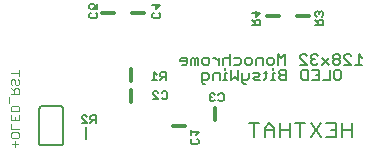
<source format=gbr>
G04 EAGLE Gerber RS-274X export*
G75*
%MOMM*%
%FSLAX34Y34*%
%LPD*%
%INSilkscreen Bottom*%
%IPPOS*%
%AMOC8*
5,1,8,0,0,1.08239X$1,22.5*%
G01*
%ADD10C,0.127000*%
%ADD11C,0.203200*%
%ADD12C,0.101600*%
%ADD13C,0.304800*%
%ADD14C,0.152400*%


D10*
X342265Y98261D02*
X339299Y101227D01*
X339299Y92329D01*
X342265Y92329D02*
X336333Y92329D01*
X332909Y92329D02*
X326978Y92329D01*
X332909Y92329D02*
X326978Y98261D01*
X326978Y99744D01*
X328461Y101227D01*
X331426Y101227D01*
X332909Y99744D01*
X323554Y99744D02*
X322071Y101227D01*
X319105Y101227D01*
X317622Y99744D01*
X317622Y98261D01*
X319105Y96778D01*
X317622Y95295D01*
X317622Y93812D01*
X319105Y92329D01*
X322071Y92329D01*
X323554Y93812D01*
X323554Y95295D01*
X322071Y96778D01*
X323554Y98261D01*
X323554Y99744D01*
X322071Y96778D02*
X319105Y96778D01*
X314199Y98261D02*
X308267Y92329D01*
X314199Y92329D02*
X308267Y98261D01*
X304844Y99744D02*
X303361Y101227D01*
X300395Y101227D01*
X298912Y99744D01*
X298912Y98261D01*
X300395Y96778D01*
X301878Y96778D01*
X300395Y96778D02*
X298912Y95295D01*
X298912Y93812D01*
X300395Y92329D01*
X303361Y92329D01*
X304844Y93812D01*
X295489Y92329D02*
X289557Y92329D01*
X295489Y92329D02*
X289557Y98261D01*
X289557Y99744D01*
X291040Y101227D01*
X294006Y101227D01*
X295489Y99744D01*
X276778Y101227D02*
X276778Y92329D01*
X273812Y98261D02*
X276778Y101227D01*
X273812Y98261D02*
X270847Y101227D01*
X270847Y92329D01*
X265940Y92329D02*
X262974Y92329D01*
X261491Y93812D01*
X261491Y96778D01*
X262974Y98261D01*
X265940Y98261D01*
X267423Y96778D01*
X267423Y93812D01*
X265940Y92329D01*
X258068Y92329D02*
X258068Y98261D01*
X253619Y98261D01*
X252136Y96778D01*
X252136Y92329D01*
X247230Y92329D02*
X244264Y92329D01*
X242781Y93812D01*
X242781Y96778D01*
X244264Y98261D01*
X247230Y98261D01*
X248713Y96778D01*
X248713Y93812D01*
X247230Y92329D01*
X237875Y98261D02*
X233426Y98261D01*
X237875Y98261D02*
X239358Y96778D01*
X239358Y93812D01*
X237875Y92329D01*
X233426Y92329D01*
X230002Y92329D02*
X230002Y101227D01*
X228519Y98261D02*
X230002Y96778D01*
X228519Y98261D02*
X225554Y98261D01*
X224071Y96778D01*
X224071Y92329D01*
X220647Y92329D02*
X220647Y98261D01*
X220647Y95295D02*
X217681Y98261D01*
X216198Y98261D01*
X211368Y92329D02*
X208402Y92329D01*
X206919Y93812D01*
X206919Y96778D01*
X208402Y98261D01*
X211368Y98261D01*
X212851Y96778D01*
X212851Y93812D01*
X211368Y92329D01*
X203496Y92329D02*
X203496Y98261D01*
X202013Y98261D01*
X200530Y96778D01*
X200530Y92329D01*
X200530Y96778D02*
X199047Y98261D01*
X197564Y96778D01*
X197564Y92329D01*
X192658Y92329D02*
X189692Y92329D01*
X192658Y92329D02*
X194141Y93812D01*
X194141Y96778D01*
X192658Y98261D01*
X189692Y98261D01*
X188209Y96778D01*
X188209Y95295D01*
X194141Y95295D01*
X319885Y88019D02*
X322851Y88019D01*
X324334Y86536D01*
X324334Y80604D01*
X322851Y79121D01*
X319885Y79121D01*
X318402Y80604D01*
X318402Y86536D01*
X319885Y88019D01*
X314979Y88019D02*
X314979Y79121D01*
X309047Y79121D01*
X305623Y88019D02*
X299692Y88019D01*
X305623Y88019D02*
X305623Y79121D01*
X299692Y79121D01*
X302658Y83570D02*
X305623Y83570D01*
X296268Y88019D02*
X296268Y79121D01*
X291819Y79121D01*
X290337Y80604D01*
X290337Y86536D01*
X291819Y88019D01*
X296268Y88019D01*
X277558Y88019D02*
X277558Y79121D01*
X277558Y88019D02*
X273109Y88019D01*
X271626Y86536D01*
X271626Y85053D01*
X273109Y83570D01*
X271626Y82087D01*
X271626Y80604D01*
X273109Y79121D01*
X277558Y79121D01*
X277558Y83570D02*
X273109Y83570D01*
X268203Y85053D02*
X266720Y85053D01*
X266720Y79121D01*
X268203Y79121D02*
X265237Y79121D01*
X266720Y88019D02*
X266720Y89502D01*
X260483Y86536D02*
X260483Y80604D01*
X259000Y79121D01*
X259000Y85053D02*
X261966Y85053D01*
X255729Y79121D02*
X251280Y79121D01*
X249797Y80604D01*
X251280Y82087D01*
X254246Y82087D01*
X255729Y83570D01*
X254246Y85053D01*
X249797Y85053D01*
X246374Y85053D02*
X246374Y80604D01*
X244891Y79121D01*
X240442Y79121D01*
X240442Y77638D02*
X240442Y85053D01*
X240442Y77638D02*
X241925Y76155D01*
X243408Y76155D01*
X237019Y79121D02*
X237019Y88019D01*
X234053Y82087D02*
X237019Y79121D01*
X234053Y82087D02*
X231087Y79121D01*
X231087Y88019D01*
X227664Y85053D02*
X226181Y85053D01*
X226181Y79121D01*
X227664Y79121D02*
X224698Y79121D01*
X226181Y88019D02*
X226181Y89502D01*
X221427Y85053D02*
X221427Y79121D01*
X221427Y85053D02*
X216978Y85053D01*
X215495Y83570D01*
X215495Y79121D01*
X209106Y76155D02*
X207623Y76155D01*
X206140Y77638D01*
X206140Y85053D01*
X210589Y85053D01*
X212072Y83570D01*
X212072Y80604D01*
X210589Y79121D01*
X206140Y79121D01*
D11*
X333114Y42936D02*
X333114Y30734D01*
X333114Y36835D02*
X324980Y36835D01*
X324980Y42936D02*
X324980Y30734D01*
X320017Y42936D02*
X311882Y42936D01*
X320017Y42936D02*
X320017Y30734D01*
X311882Y30734D01*
X315950Y36835D02*
X320017Y36835D01*
X306920Y42936D02*
X298785Y30734D01*
X306920Y30734D02*
X298785Y42936D01*
X289755Y42936D02*
X289755Y30734D01*
X285688Y42936D02*
X293823Y42936D01*
X280725Y42936D02*
X280725Y30734D01*
X280725Y36835D02*
X272591Y36835D01*
X272591Y42936D02*
X272591Y30734D01*
X267628Y30734D02*
X267628Y38869D01*
X263561Y42936D01*
X259493Y38869D01*
X259493Y30734D01*
X259493Y36835D02*
X267628Y36835D01*
X250463Y30734D02*
X250463Y42936D01*
X246396Y42936D02*
X254531Y42936D01*
D12*
X48263Y27455D02*
X48263Y22709D01*
X50636Y25082D02*
X45890Y25082D01*
X51822Y31380D02*
X51822Y33752D01*
X51822Y31380D02*
X50636Y30193D01*
X45890Y30193D01*
X44704Y31380D01*
X44704Y33752D01*
X45890Y34939D01*
X50636Y34939D01*
X51822Y33752D01*
X51822Y37678D02*
X44704Y37678D01*
X44704Y42423D01*
X51822Y45162D02*
X51822Y49907D01*
X51822Y45162D02*
X44704Y45162D01*
X44704Y49907D01*
X48263Y47534D02*
X48263Y45162D01*
X51822Y52646D02*
X44704Y52646D01*
X44704Y56205D01*
X45890Y57391D01*
X50636Y57391D01*
X51822Y56205D01*
X51822Y52646D01*
X43518Y60130D02*
X43518Y64875D01*
X44704Y67614D02*
X51822Y67614D01*
X51822Y71173D01*
X50636Y72360D01*
X48263Y72360D01*
X47077Y71173D01*
X47077Y67614D01*
X47077Y69987D02*
X44704Y72360D01*
X51822Y78657D02*
X50636Y79844D01*
X51822Y78657D02*
X51822Y76285D01*
X50636Y75098D01*
X49449Y75098D01*
X48263Y76285D01*
X48263Y78657D01*
X47077Y79844D01*
X45890Y79844D01*
X44704Y78657D01*
X44704Y76285D01*
X45890Y75098D01*
X44704Y84955D02*
X51822Y84955D01*
X51822Y82583D02*
X51822Y87328D01*
D13*
X121920Y135890D02*
X132080Y135890D01*
D14*
X117862Y134877D02*
X116760Y135978D01*
X117862Y134877D02*
X117862Y132674D01*
X116760Y131572D01*
X112354Y131572D01*
X111252Y132674D01*
X111252Y134877D01*
X112354Y135978D01*
X117862Y139056D02*
X117862Y143463D01*
X117862Y139056D02*
X114557Y139056D01*
X115658Y141259D01*
X115658Y142361D01*
X114557Y143463D01*
X112354Y143463D01*
X111252Y142361D01*
X111252Y140158D01*
X112354Y139056D01*
D13*
X147320Y135890D02*
X157480Y135890D01*
D14*
X170100Y135978D02*
X171202Y134877D01*
X171202Y132674D01*
X170100Y131572D01*
X165694Y131572D01*
X164592Y132674D01*
X164592Y134877D01*
X165694Y135978D01*
X164592Y142361D02*
X171202Y142361D01*
X167897Y139056D01*
X167897Y143463D01*
D13*
X181610Y40640D02*
X191770Y40640D01*
D14*
X202612Y29570D02*
X203714Y28469D01*
X203714Y26265D01*
X202612Y25164D01*
X198206Y25164D01*
X197104Y26265D01*
X197104Y28469D01*
X198206Y29570D01*
X201510Y32648D02*
X203714Y34851D01*
X197104Y34851D01*
X197104Y32648D02*
X197104Y37054D01*
D13*
X217932Y45466D02*
X217932Y55626D01*
D14*
X220384Y66976D02*
X221485Y68078D01*
X223688Y68078D01*
X224790Y66976D01*
X224790Y62570D01*
X223688Y61468D01*
X221485Y61468D01*
X220384Y62570D01*
X217306Y66976D02*
X216204Y68078D01*
X214001Y68078D01*
X212899Y66976D01*
X212899Y65874D01*
X214001Y64773D01*
X215103Y64773D01*
X214001Y64773D02*
X212899Y63671D01*
X212899Y62570D01*
X214001Y61468D01*
X216204Y61468D01*
X217306Y62570D01*
D13*
X146050Y60960D02*
X146050Y71120D01*
D14*
X172632Y68500D02*
X173733Y69602D01*
X175936Y69602D01*
X177038Y68500D01*
X177038Y64094D01*
X175936Y62992D01*
X173733Y62992D01*
X172632Y64094D01*
X169554Y62992D02*
X165147Y62992D01*
X165147Y67398D02*
X169554Y62992D01*
X165147Y67398D02*
X165147Y68500D01*
X166249Y69602D01*
X168452Y69602D01*
X169554Y68500D01*
D13*
X146050Y78740D02*
X146050Y88900D01*
D14*
X175768Y86112D02*
X175768Y79502D01*
X175768Y86112D02*
X172463Y86112D01*
X171362Y85010D01*
X171362Y82807D01*
X172463Y81705D01*
X175768Y81705D01*
X173565Y81705D02*
X171362Y79502D01*
X168284Y83908D02*
X166081Y86112D01*
X166081Y79502D01*
X168284Y79502D02*
X163877Y79502D01*
D13*
X287020Y133350D02*
X297180Y133350D01*
D14*
X302514Y125494D02*
X309124Y125494D01*
X309124Y128799D01*
X308022Y129900D01*
X305819Y129900D01*
X304717Y128799D01*
X304717Y125494D01*
X304717Y127697D02*
X302514Y129900D01*
X308022Y132978D02*
X309124Y134079D01*
X309124Y136283D01*
X308022Y137384D01*
X306920Y137384D01*
X305819Y136283D01*
X305819Y135181D01*
X305819Y136283D02*
X304717Y137384D01*
X303616Y137384D01*
X302514Y136283D01*
X302514Y134079D01*
X303616Y132978D01*
D13*
X271780Y133350D02*
X261620Y133350D01*
D14*
X255784Y125494D02*
X249174Y125494D01*
X255784Y125494D02*
X255784Y128799D01*
X254682Y129900D01*
X252479Y129900D01*
X251377Y128799D01*
X251377Y125494D01*
X251377Y127697D02*
X249174Y129900D01*
X249174Y136283D02*
X255784Y136283D01*
X252479Y132978D01*
X252479Y137384D01*
D11*
X107950Y39370D02*
X107950Y29210D01*
D14*
X116441Y42799D02*
X116441Y49409D01*
X113137Y49409D01*
X112035Y48307D01*
X112035Y46104D01*
X113137Y45002D01*
X116441Y45002D01*
X114238Y45002D02*
X112035Y42799D01*
X108957Y42799D02*
X104551Y42799D01*
X108957Y42799D02*
X104551Y47205D01*
X104551Y48307D01*
X105652Y49409D01*
X107856Y49409D01*
X108957Y48307D01*
D11*
X68580Y54610D02*
X68580Y26670D01*
X88900Y54610D02*
X88898Y54710D01*
X88892Y54809D01*
X88882Y54909D01*
X88869Y55007D01*
X88851Y55106D01*
X88830Y55203D01*
X88805Y55299D01*
X88776Y55395D01*
X88743Y55489D01*
X88707Y55582D01*
X88667Y55673D01*
X88623Y55763D01*
X88576Y55851D01*
X88526Y55937D01*
X88472Y56021D01*
X88415Y56103D01*
X88355Y56182D01*
X88291Y56260D01*
X88225Y56334D01*
X88156Y56406D01*
X88084Y56475D01*
X88010Y56541D01*
X87932Y56605D01*
X87853Y56665D01*
X87771Y56722D01*
X87687Y56776D01*
X87601Y56826D01*
X87513Y56873D01*
X87423Y56917D01*
X87332Y56957D01*
X87239Y56993D01*
X87145Y57026D01*
X87049Y57055D01*
X86953Y57080D01*
X86856Y57101D01*
X86757Y57119D01*
X86659Y57132D01*
X86559Y57142D01*
X86460Y57148D01*
X86360Y57150D01*
X88900Y26670D02*
X88898Y26570D01*
X88892Y26471D01*
X88882Y26371D01*
X88869Y26273D01*
X88851Y26174D01*
X88830Y26077D01*
X88805Y25981D01*
X88776Y25885D01*
X88743Y25791D01*
X88707Y25698D01*
X88667Y25607D01*
X88623Y25517D01*
X88576Y25429D01*
X88526Y25343D01*
X88472Y25259D01*
X88415Y25177D01*
X88355Y25098D01*
X88291Y25020D01*
X88225Y24946D01*
X88156Y24874D01*
X88084Y24805D01*
X88010Y24739D01*
X87932Y24675D01*
X87853Y24615D01*
X87771Y24558D01*
X87687Y24504D01*
X87601Y24454D01*
X87513Y24407D01*
X87423Y24363D01*
X87332Y24323D01*
X87239Y24287D01*
X87145Y24254D01*
X87049Y24225D01*
X86953Y24200D01*
X86856Y24179D01*
X86757Y24161D01*
X86659Y24148D01*
X86559Y24138D01*
X86460Y24132D01*
X86360Y24130D01*
X71120Y24130D02*
X71020Y24132D01*
X70921Y24138D01*
X70821Y24148D01*
X70723Y24161D01*
X70624Y24179D01*
X70527Y24200D01*
X70431Y24225D01*
X70335Y24254D01*
X70241Y24287D01*
X70148Y24323D01*
X70057Y24363D01*
X69967Y24407D01*
X69879Y24454D01*
X69793Y24504D01*
X69709Y24558D01*
X69627Y24615D01*
X69548Y24675D01*
X69470Y24739D01*
X69396Y24805D01*
X69324Y24874D01*
X69255Y24946D01*
X69189Y25020D01*
X69125Y25098D01*
X69065Y25177D01*
X69008Y25259D01*
X68954Y25343D01*
X68904Y25429D01*
X68857Y25517D01*
X68813Y25607D01*
X68773Y25698D01*
X68737Y25791D01*
X68704Y25885D01*
X68675Y25981D01*
X68650Y26077D01*
X68629Y26174D01*
X68611Y26273D01*
X68598Y26371D01*
X68588Y26471D01*
X68582Y26570D01*
X68580Y26670D01*
X68580Y54610D02*
X68582Y54710D01*
X68588Y54809D01*
X68598Y54909D01*
X68611Y55007D01*
X68629Y55106D01*
X68650Y55203D01*
X68675Y55299D01*
X68704Y55395D01*
X68737Y55489D01*
X68773Y55582D01*
X68813Y55673D01*
X68857Y55763D01*
X68904Y55851D01*
X68954Y55937D01*
X69008Y56021D01*
X69065Y56103D01*
X69125Y56182D01*
X69189Y56260D01*
X69255Y56334D01*
X69324Y56406D01*
X69396Y56475D01*
X69470Y56541D01*
X69548Y56605D01*
X69627Y56665D01*
X69709Y56722D01*
X69793Y56776D01*
X69879Y56826D01*
X69967Y56873D01*
X70057Y56917D01*
X70148Y56957D01*
X70241Y56993D01*
X70335Y57026D01*
X70431Y57055D01*
X70527Y57080D01*
X70624Y57101D01*
X70723Y57119D01*
X70821Y57132D01*
X70921Y57142D01*
X71020Y57148D01*
X71120Y57150D01*
X86360Y57150D01*
X86360Y24130D02*
X71120Y24130D01*
X88900Y26670D02*
X88900Y54610D01*
M02*

</source>
